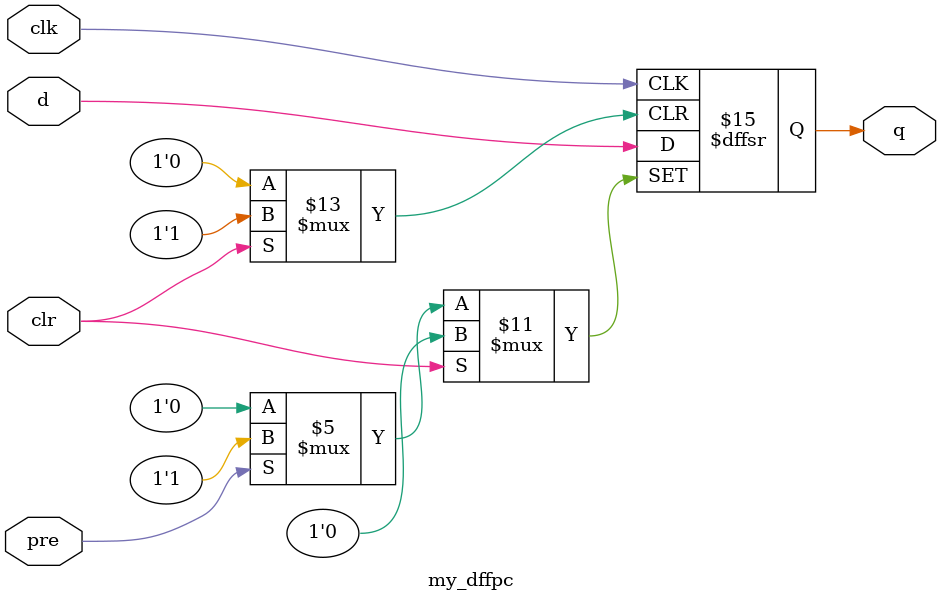
<source format=v>
module my_dff ( input d, clk, output reg q );
    initial q <= 1'b0;
    always @( posedge clk )
        q <= d;
endmodule

module my_dffc ( input d, clk, clr, output reg q );
    initial q <= 1'b0;
    always @( posedge clk or posedge clr )
        if ( clr )
            q <= 1'b0;
        else
            q <= d;
endmodule

module my_dffp ( input d, clk, pre, output reg q );
    initial q <= 1'b0;
    always @( posedge clk or posedge pre )
        if ( pre )
            q <= 1'b1;
        else
            q <= d;
endmodule

module my_dffpc ( input d, clk, clr, pre, output reg q );
    initial q <= 1'b0;
    always @( posedge clk or posedge clr or posedge pre )
        if ( clr )
            q <= 1'b0;
        else if ( pre )
            q <= 1'b1;
        else
            q <= d;
endmodule

</source>
